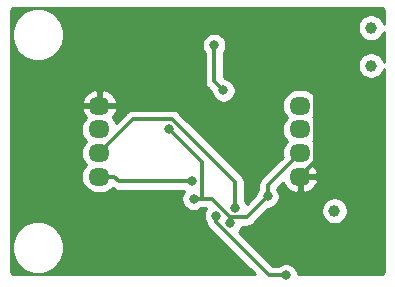
<source format=gbl>
G04 #@! TF.GenerationSoftware,KiCad,Pcbnew,(5.1.2)-1*
G04 #@! TF.CreationDate,2019-10-13T00:02:13+09:00*
G04 #@! TF.ProjectId,IR,49522e6b-6963-4616-945f-706362585858,v1.1*
G04 #@! TF.SameCoordinates,Original*
G04 #@! TF.FileFunction,Copper,L2,Bot*
G04 #@! TF.FilePolarity,Positive*
%FSLAX46Y46*%
G04 Gerber Fmt 4.6, Leading zero omitted, Abs format (unit mm)*
G04 Created by KiCad (PCBNEW (5.1.2)-1) date 2019-10-13 00:02:13*
%MOMM*%
%LPD*%
G04 APERTURE LIST*
%ADD10O,1.800000X1.524000*%
%ADD11C,1.000000*%
%ADD12C,0.800000*%
%ADD13C,0.350000*%
%ADD14C,0.254000*%
G04 APERTURE END LIST*
D10*
X185200000Y-114000000D03*
X185200000Y-112000000D03*
X185200000Y-110000000D03*
X185200000Y-108000000D03*
X202200000Y-108000000D03*
X202200000Y-110000000D03*
X202200000Y-112000000D03*
X202200000Y-114000000D03*
D11*
X205100000Y-116900000D03*
X208200000Y-101400000D03*
X208200000Y-104600000D03*
D12*
X191062400Y-109943900D03*
X193180400Y-115881900D03*
X196274500Y-117961000D03*
X199444900Y-115686900D03*
X200160000Y-120198300D03*
X203089700Y-106404600D03*
X189000000Y-117000000D03*
X197600000Y-122000000D03*
X195600000Y-111200000D03*
X199000000Y-111000000D03*
X192200000Y-105100000D03*
X193054100Y-114391700D03*
X196717300Y-116630500D03*
X200999700Y-122371200D03*
X195065400Y-117312300D03*
X194922300Y-102882400D03*
X195696000Y-106709300D03*
D13*
X196274500Y-117424900D02*
X197706900Y-117424900D01*
X197706900Y-117424900D02*
X199444900Y-115686900D01*
X193859000Y-115881900D02*
X193180400Y-115881900D01*
X196274500Y-117424900D02*
X194731500Y-115881900D01*
X194731500Y-115881900D02*
X193859000Y-115881900D01*
X191062400Y-109943900D02*
X193859000Y-112740500D01*
X193859000Y-112740500D02*
X193859000Y-115881900D01*
X196274500Y-117424900D02*
X196274500Y-117961000D01*
X202200000Y-112000000D02*
X199444900Y-114755100D01*
X199444900Y-114755100D02*
X199444900Y-115686900D01*
X202200000Y-114000000D02*
X202200000Y-118158300D01*
X202200000Y-118158300D02*
X200160000Y-120198300D01*
X203089700Y-106404600D02*
X203476200Y-106791100D01*
X203476200Y-106791100D02*
X203476200Y-112723800D01*
X203476200Y-112723800D02*
X202200000Y-114000000D01*
X203089700Y-106404600D02*
X197761700Y-106404600D01*
X197761700Y-106404600D02*
X196166300Y-108000000D01*
X196166300Y-108000000D02*
X186475300Y-108000000D01*
X185200000Y-108000000D02*
X186475300Y-108000000D01*
X195800000Y-111000000D02*
X195600000Y-111200000D01*
X199000000Y-111000000D02*
X195800000Y-111000000D01*
X186475300Y-114000000D02*
X186867000Y-114391700D01*
X186867000Y-114391700D02*
X193054100Y-114391700D01*
X185200000Y-114000000D02*
X186475300Y-114000000D01*
X185200000Y-112000000D02*
X188050800Y-109149200D01*
X188050800Y-109149200D02*
X191371300Y-109149200D01*
X191371300Y-109149200D02*
X196717300Y-114495200D01*
X196717300Y-114495200D02*
X196717300Y-116630500D01*
X195065400Y-117312300D02*
X195065400Y-117872500D01*
X195065400Y-117872500D02*
X199564100Y-122371200D01*
X199564100Y-122371200D02*
X200999700Y-122371200D01*
X195696000Y-106709300D02*
X194922300Y-105935600D01*
X194922300Y-105935600D02*
X194922300Y-102882400D01*
D14*
G36*
X209055665Y-99718863D02*
G01*
X209109214Y-99735030D01*
X209158597Y-99761288D01*
X209201945Y-99796641D01*
X209237600Y-99839740D01*
X209264201Y-99888937D01*
X209280742Y-99942375D01*
X209290000Y-100030455D01*
X209290000Y-101065594D01*
X209205824Y-100862376D01*
X209081612Y-100676480D01*
X208923520Y-100518388D01*
X208737624Y-100394176D01*
X208531067Y-100308617D01*
X208311788Y-100265000D01*
X208088212Y-100265000D01*
X207868933Y-100308617D01*
X207662376Y-100394176D01*
X207476480Y-100518388D01*
X207318388Y-100676480D01*
X207194176Y-100862376D01*
X207108617Y-101068933D01*
X207065000Y-101288212D01*
X207065000Y-101511788D01*
X207108617Y-101731067D01*
X207194176Y-101937624D01*
X207318388Y-102123520D01*
X207476480Y-102281612D01*
X207662376Y-102405824D01*
X207868933Y-102491383D01*
X208088212Y-102535000D01*
X208311788Y-102535000D01*
X208531067Y-102491383D01*
X208737624Y-102405824D01*
X208923520Y-102281612D01*
X209081612Y-102123520D01*
X209205824Y-101937624D01*
X209290000Y-101734406D01*
X209290000Y-104265595D01*
X209205824Y-104062376D01*
X209081612Y-103876480D01*
X208923520Y-103718388D01*
X208737624Y-103594176D01*
X208531067Y-103508617D01*
X208311788Y-103465000D01*
X208088212Y-103465000D01*
X207868933Y-103508617D01*
X207662376Y-103594176D01*
X207476480Y-103718388D01*
X207318388Y-103876480D01*
X207194176Y-104062376D01*
X207108617Y-104268933D01*
X207065000Y-104488212D01*
X207065000Y-104711788D01*
X207108617Y-104931067D01*
X207194176Y-105137624D01*
X207318388Y-105323520D01*
X207476480Y-105481612D01*
X207662376Y-105605824D01*
X207868933Y-105691383D01*
X208088212Y-105735000D01*
X208311788Y-105735000D01*
X208531067Y-105691383D01*
X208737624Y-105605824D01*
X208923520Y-105481612D01*
X209081612Y-105323520D01*
X209205824Y-105137624D01*
X209290000Y-104934405D01*
X209290001Y-121965269D01*
X209281138Y-122055664D01*
X209264970Y-122109214D01*
X209238712Y-122158597D01*
X209203357Y-122201947D01*
X209160261Y-122237599D01*
X209111063Y-122264201D01*
X209057625Y-122280742D01*
X208969545Y-122290000D01*
X202034700Y-122290000D01*
X202034700Y-122269261D01*
X201994926Y-122069302D01*
X201916905Y-121880944D01*
X201803637Y-121711426D01*
X201659474Y-121567263D01*
X201489956Y-121453995D01*
X201301598Y-121375974D01*
X201101639Y-121336200D01*
X200897761Y-121336200D01*
X200697802Y-121375974D01*
X200509444Y-121453995D01*
X200349000Y-121561200D01*
X199899613Y-121561200D01*
X197018812Y-118680399D01*
X197078437Y-118620774D01*
X197191705Y-118451256D01*
X197269726Y-118262898D01*
X197275295Y-118234900D01*
X197667112Y-118234900D01*
X197706900Y-118238819D01*
X197746688Y-118234900D01*
X197746691Y-118234900D01*
X197865688Y-118223180D01*
X198018373Y-118176863D01*
X198159089Y-118101649D01*
X198282428Y-118000428D01*
X198307799Y-117969513D01*
X199489100Y-116788212D01*
X203965000Y-116788212D01*
X203965000Y-117011788D01*
X204008617Y-117231067D01*
X204094176Y-117437624D01*
X204218388Y-117623520D01*
X204376480Y-117781612D01*
X204562376Y-117905824D01*
X204768933Y-117991383D01*
X204988212Y-118035000D01*
X205211788Y-118035000D01*
X205431067Y-117991383D01*
X205637624Y-117905824D01*
X205823520Y-117781612D01*
X205981612Y-117623520D01*
X206105824Y-117437624D01*
X206191383Y-117231067D01*
X206235000Y-117011788D01*
X206235000Y-116788212D01*
X206191383Y-116568933D01*
X206105824Y-116362376D01*
X205981612Y-116176480D01*
X205823520Y-116018388D01*
X205637624Y-115894176D01*
X205431067Y-115808617D01*
X205211788Y-115765000D01*
X204988212Y-115765000D01*
X204768933Y-115808617D01*
X204562376Y-115894176D01*
X204376480Y-116018388D01*
X204218388Y-116176480D01*
X204094176Y-116362376D01*
X204008617Y-116568933D01*
X203965000Y-116788212D01*
X199489100Y-116788212D01*
X199557542Y-116719771D01*
X199746798Y-116682126D01*
X199935156Y-116604105D01*
X200104674Y-116490837D01*
X200248837Y-116346674D01*
X200362105Y-116177156D01*
X200440126Y-115988798D01*
X200479900Y-115788839D01*
X200479900Y-115584961D01*
X200440126Y-115385002D01*
X200362105Y-115196644D01*
X200276694Y-115068818D01*
X200785130Y-114560382D01*
X200797476Y-114595068D01*
X200937865Y-114830330D01*
X201121454Y-115033683D01*
X201341188Y-115197312D01*
X201588622Y-115314929D01*
X201854248Y-115382014D01*
X202073000Y-115238749D01*
X202073000Y-114127000D01*
X202327000Y-114127000D01*
X202327000Y-115238749D01*
X202545752Y-115382014D01*
X202811378Y-115314929D01*
X203058812Y-115197312D01*
X203278546Y-115033683D01*
X203462135Y-114830330D01*
X203602524Y-114595068D01*
X203692220Y-114343070D01*
X203569720Y-114127000D01*
X202327000Y-114127000D01*
X202073000Y-114127000D01*
X202053000Y-114127000D01*
X202053000Y-113873000D01*
X202073000Y-113873000D01*
X202073000Y-113853000D01*
X202327000Y-113853000D01*
X202327000Y-113873000D01*
X203569720Y-113873000D01*
X203692220Y-113656930D01*
X203602524Y-113404932D01*
X203462135Y-113169670D01*
X203314337Y-113005961D01*
X203330608Y-112992608D01*
X203505183Y-112779887D01*
X203634904Y-112537195D01*
X203714786Y-112273860D01*
X203741759Y-112000000D01*
X203714786Y-111726140D01*
X203634904Y-111462805D01*
X203505183Y-111220113D01*
X203330608Y-111007392D01*
X203321601Y-111000000D01*
X203330608Y-110992608D01*
X203505183Y-110779887D01*
X203634904Y-110537195D01*
X203714786Y-110273860D01*
X203741759Y-110000000D01*
X203714786Y-109726140D01*
X203634904Y-109462805D01*
X203505183Y-109220113D01*
X203330608Y-109007392D01*
X203321601Y-109000000D01*
X203330608Y-108992608D01*
X203505183Y-108779887D01*
X203634904Y-108537195D01*
X203714786Y-108273860D01*
X203741759Y-108000000D01*
X203714786Y-107726140D01*
X203634904Y-107462805D01*
X203505183Y-107220113D01*
X203330608Y-107007392D01*
X203117887Y-106832817D01*
X202875195Y-106703096D01*
X202611860Y-106623214D01*
X202406625Y-106603000D01*
X201993375Y-106603000D01*
X201788140Y-106623214D01*
X201524805Y-106703096D01*
X201282113Y-106832817D01*
X201069392Y-107007392D01*
X200894817Y-107220113D01*
X200765096Y-107462805D01*
X200685214Y-107726140D01*
X200658241Y-108000000D01*
X200685214Y-108273860D01*
X200765096Y-108537195D01*
X200894817Y-108779887D01*
X201069392Y-108992608D01*
X201078399Y-109000000D01*
X201069392Y-109007392D01*
X200894817Y-109220113D01*
X200765096Y-109462805D01*
X200685214Y-109726140D01*
X200658241Y-110000000D01*
X200685214Y-110273860D01*
X200765096Y-110537195D01*
X200894817Y-110779887D01*
X201069392Y-110992608D01*
X201078399Y-111000000D01*
X201069392Y-111007392D01*
X200894817Y-111220113D01*
X200765096Y-111462805D01*
X200685214Y-111726140D01*
X200658241Y-112000000D01*
X200685214Y-112273860D01*
X200707421Y-112347066D01*
X198900287Y-114154200D01*
X198869372Y-114179572D01*
X198825598Y-114232912D01*
X198768151Y-114302911D01*
X198763575Y-114311473D01*
X198692937Y-114443628D01*
X198646620Y-114596313D01*
X198634900Y-114715309D01*
X198630981Y-114755100D01*
X198634900Y-114794889D01*
X198634900Y-115036199D01*
X198527695Y-115196644D01*
X198449674Y-115385002D01*
X198412029Y-115574258D01*
X197696464Y-116289824D01*
X197634505Y-116140244D01*
X197527300Y-115979800D01*
X197527300Y-114534988D01*
X197531219Y-114495200D01*
X197526983Y-114452189D01*
X197515580Y-114336412D01*
X197477379Y-114210480D01*
X197469263Y-114183726D01*
X197394049Y-114043011D01*
X197318193Y-113950580D01*
X197292828Y-113919672D01*
X197261919Y-113894306D01*
X191972200Y-108604588D01*
X191946828Y-108573672D01*
X191823489Y-108472451D01*
X191682773Y-108397237D01*
X191530088Y-108350920D01*
X191411091Y-108339200D01*
X191411088Y-108339200D01*
X191371300Y-108335281D01*
X191331512Y-108339200D01*
X188090587Y-108339200D01*
X188050799Y-108335281D01*
X188011011Y-108339200D01*
X188011009Y-108339200D01*
X187892012Y-108350920D01*
X187739327Y-108397237D01*
X187673824Y-108432249D01*
X187598610Y-108472451D01*
X187543010Y-108518081D01*
X187475272Y-108573672D01*
X187449905Y-108604582D01*
X186619849Y-109434639D01*
X186505183Y-109220113D01*
X186330608Y-109007392D01*
X186314337Y-108994039D01*
X186462135Y-108830330D01*
X186602524Y-108595068D01*
X186692220Y-108343070D01*
X186569720Y-108127000D01*
X185327000Y-108127000D01*
X185327000Y-108147000D01*
X185073000Y-108147000D01*
X185073000Y-108127000D01*
X183830280Y-108127000D01*
X183707780Y-108343070D01*
X183797476Y-108595068D01*
X183937865Y-108830330D01*
X184085663Y-108994039D01*
X184069392Y-109007392D01*
X183894817Y-109220113D01*
X183765096Y-109462805D01*
X183685214Y-109726140D01*
X183658241Y-110000000D01*
X183685214Y-110273860D01*
X183765096Y-110537195D01*
X183894817Y-110779887D01*
X184069392Y-110992608D01*
X184078399Y-111000000D01*
X184069392Y-111007392D01*
X183894817Y-111220113D01*
X183765096Y-111462805D01*
X183685214Y-111726140D01*
X183658241Y-112000000D01*
X183685214Y-112273860D01*
X183765096Y-112537195D01*
X183894817Y-112779887D01*
X184069392Y-112992608D01*
X184078399Y-113000000D01*
X184069392Y-113007392D01*
X183894817Y-113220113D01*
X183765096Y-113462805D01*
X183685214Y-113726140D01*
X183658241Y-114000000D01*
X183685214Y-114273860D01*
X183765096Y-114537195D01*
X183894817Y-114779887D01*
X184069392Y-114992608D01*
X184282113Y-115167183D01*
X184524805Y-115296904D01*
X184788140Y-115376786D01*
X184993375Y-115397000D01*
X185406625Y-115397000D01*
X185611860Y-115376786D01*
X185875195Y-115296904D01*
X186117887Y-115167183D01*
X186326503Y-114995977D01*
X186414811Y-115068449D01*
X186555527Y-115143663D01*
X186708212Y-115189980D01*
X186827209Y-115201700D01*
X186827211Y-115201700D01*
X186866999Y-115205619D01*
X186906787Y-115201700D01*
X192396889Y-115201700D01*
X192376463Y-115222126D01*
X192263195Y-115391644D01*
X192185174Y-115580002D01*
X192145400Y-115779961D01*
X192145400Y-115983839D01*
X192185174Y-116183798D01*
X192263195Y-116372156D01*
X192376463Y-116541674D01*
X192520626Y-116685837D01*
X192690144Y-116799105D01*
X192878502Y-116877126D01*
X193078461Y-116916900D01*
X193282339Y-116916900D01*
X193482298Y-116877126D01*
X193670656Y-116799105D01*
X193829573Y-116692921D01*
X193859000Y-116695819D01*
X193898791Y-116691900D01*
X194235154Y-116691900D01*
X194148195Y-116822044D01*
X194070174Y-117010402D01*
X194030400Y-117210361D01*
X194030400Y-117414239D01*
X194070174Y-117614198D01*
X194148195Y-117802556D01*
X194261258Y-117971767D01*
X194267120Y-118031288D01*
X194313437Y-118183973D01*
X194342753Y-118238819D01*
X194388651Y-118324689D01*
X194407208Y-118347300D01*
X194489873Y-118448028D01*
X194520783Y-118473395D01*
X198337387Y-122290000D01*
X178034721Y-122290000D01*
X177944336Y-122281138D01*
X177890786Y-122264970D01*
X177841403Y-122238712D01*
X177798053Y-122203357D01*
X177762401Y-122160261D01*
X177735799Y-122111063D01*
X177719258Y-122057625D01*
X177710000Y-121969545D01*
X177710000Y-119779872D01*
X177765000Y-119779872D01*
X177765000Y-120220128D01*
X177850890Y-120651925D01*
X178019369Y-121058669D01*
X178263962Y-121424729D01*
X178575271Y-121736038D01*
X178941331Y-121980631D01*
X179348075Y-122149110D01*
X179779872Y-122235000D01*
X180220128Y-122235000D01*
X180651925Y-122149110D01*
X181058669Y-121980631D01*
X181424729Y-121736038D01*
X181736038Y-121424729D01*
X181980631Y-121058669D01*
X182149110Y-120651925D01*
X182235000Y-120220128D01*
X182235000Y-119779872D01*
X182149110Y-119348075D01*
X181980631Y-118941331D01*
X181736038Y-118575271D01*
X181424729Y-118263962D01*
X181058669Y-118019369D01*
X180651925Y-117850890D01*
X180220128Y-117765000D01*
X179779872Y-117765000D01*
X179348075Y-117850890D01*
X178941331Y-118019369D01*
X178575271Y-118263962D01*
X178263962Y-118575271D01*
X178019369Y-118941331D01*
X177850890Y-119348075D01*
X177765000Y-119779872D01*
X177710000Y-119779872D01*
X177710000Y-107656930D01*
X183707780Y-107656930D01*
X183830280Y-107873000D01*
X185073000Y-107873000D01*
X185073000Y-106761251D01*
X185327000Y-106761251D01*
X185327000Y-107873000D01*
X186569720Y-107873000D01*
X186692220Y-107656930D01*
X186602524Y-107404932D01*
X186462135Y-107169670D01*
X186278546Y-106966317D01*
X186058812Y-106802688D01*
X185811378Y-106685071D01*
X185545752Y-106617986D01*
X185327000Y-106761251D01*
X185073000Y-106761251D01*
X184854248Y-106617986D01*
X184588622Y-106685071D01*
X184341188Y-106802688D01*
X184121454Y-106966317D01*
X183937865Y-107169670D01*
X183797476Y-107404932D01*
X183707780Y-107656930D01*
X177710000Y-107656930D01*
X177710000Y-101779872D01*
X177765000Y-101779872D01*
X177765000Y-102220128D01*
X177850890Y-102651925D01*
X178019369Y-103058669D01*
X178263962Y-103424729D01*
X178575271Y-103736038D01*
X178941331Y-103980631D01*
X179348075Y-104149110D01*
X179779872Y-104235000D01*
X180220128Y-104235000D01*
X180651925Y-104149110D01*
X181058669Y-103980631D01*
X181424729Y-103736038D01*
X181736038Y-103424729D01*
X181980631Y-103058669D01*
X182095868Y-102780461D01*
X193887300Y-102780461D01*
X193887300Y-102984339D01*
X193927074Y-103184298D01*
X194005095Y-103372656D01*
X194112301Y-103533101D01*
X194112300Y-105895812D01*
X194108381Y-105935600D01*
X194112300Y-105975388D01*
X194112300Y-105975390D01*
X194124020Y-106094387D01*
X194170337Y-106247072D01*
X194205349Y-106312575D01*
X194245551Y-106387789D01*
X194277003Y-106426113D01*
X194346772Y-106511128D01*
X194377687Y-106536499D01*
X194663129Y-106821941D01*
X194700774Y-107011198D01*
X194778795Y-107199556D01*
X194892063Y-107369074D01*
X195036226Y-107513237D01*
X195205744Y-107626505D01*
X195394102Y-107704526D01*
X195594061Y-107744300D01*
X195797939Y-107744300D01*
X195997898Y-107704526D01*
X196186256Y-107626505D01*
X196355774Y-107513237D01*
X196499937Y-107369074D01*
X196613205Y-107199556D01*
X196691226Y-107011198D01*
X196731000Y-106811239D01*
X196731000Y-106607361D01*
X196691226Y-106407402D01*
X196613205Y-106219044D01*
X196499937Y-106049526D01*
X196355774Y-105905363D01*
X196186256Y-105792095D01*
X195997898Y-105714074D01*
X195808641Y-105676429D01*
X195732300Y-105600088D01*
X195732300Y-103533100D01*
X195839505Y-103372656D01*
X195917526Y-103184298D01*
X195957300Y-102984339D01*
X195957300Y-102780461D01*
X195917526Y-102580502D01*
X195839505Y-102392144D01*
X195726237Y-102222626D01*
X195582074Y-102078463D01*
X195412556Y-101965195D01*
X195224198Y-101887174D01*
X195024239Y-101847400D01*
X194820361Y-101847400D01*
X194620402Y-101887174D01*
X194432044Y-101965195D01*
X194262526Y-102078463D01*
X194118363Y-102222626D01*
X194005095Y-102392144D01*
X193927074Y-102580502D01*
X193887300Y-102780461D01*
X182095868Y-102780461D01*
X182149110Y-102651925D01*
X182235000Y-102220128D01*
X182235000Y-101779872D01*
X182149110Y-101348075D01*
X181980631Y-100941331D01*
X181736038Y-100575271D01*
X181424729Y-100263962D01*
X181058669Y-100019369D01*
X180651925Y-99850890D01*
X180220128Y-99765000D01*
X179779872Y-99765000D01*
X179348075Y-99850890D01*
X178941331Y-100019369D01*
X178575271Y-100263962D01*
X178263962Y-100575271D01*
X178019369Y-100941331D01*
X177850890Y-101348075D01*
X177765000Y-101779872D01*
X177710000Y-101779872D01*
X177710000Y-100034722D01*
X177718863Y-99944335D01*
X177735030Y-99890786D01*
X177761288Y-99841403D01*
X177796641Y-99798055D01*
X177839740Y-99762400D01*
X177888937Y-99735799D01*
X177942375Y-99719258D01*
X178030455Y-99710000D01*
X208965278Y-99710000D01*
X209055665Y-99718863D01*
X209055665Y-99718863D01*
G37*
X209055665Y-99718863D02*
X209109214Y-99735030D01*
X209158597Y-99761288D01*
X209201945Y-99796641D01*
X209237600Y-99839740D01*
X209264201Y-99888937D01*
X209280742Y-99942375D01*
X209290000Y-100030455D01*
X209290000Y-101065594D01*
X209205824Y-100862376D01*
X209081612Y-100676480D01*
X208923520Y-100518388D01*
X208737624Y-100394176D01*
X208531067Y-100308617D01*
X208311788Y-100265000D01*
X208088212Y-100265000D01*
X207868933Y-100308617D01*
X207662376Y-100394176D01*
X207476480Y-100518388D01*
X207318388Y-100676480D01*
X207194176Y-100862376D01*
X207108617Y-101068933D01*
X207065000Y-101288212D01*
X207065000Y-101511788D01*
X207108617Y-101731067D01*
X207194176Y-101937624D01*
X207318388Y-102123520D01*
X207476480Y-102281612D01*
X207662376Y-102405824D01*
X207868933Y-102491383D01*
X208088212Y-102535000D01*
X208311788Y-102535000D01*
X208531067Y-102491383D01*
X208737624Y-102405824D01*
X208923520Y-102281612D01*
X209081612Y-102123520D01*
X209205824Y-101937624D01*
X209290000Y-101734406D01*
X209290000Y-104265595D01*
X209205824Y-104062376D01*
X209081612Y-103876480D01*
X208923520Y-103718388D01*
X208737624Y-103594176D01*
X208531067Y-103508617D01*
X208311788Y-103465000D01*
X208088212Y-103465000D01*
X207868933Y-103508617D01*
X207662376Y-103594176D01*
X207476480Y-103718388D01*
X207318388Y-103876480D01*
X207194176Y-104062376D01*
X207108617Y-104268933D01*
X207065000Y-104488212D01*
X207065000Y-104711788D01*
X207108617Y-104931067D01*
X207194176Y-105137624D01*
X207318388Y-105323520D01*
X207476480Y-105481612D01*
X207662376Y-105605824D01*
X207868933Y-105691383D01*
X208088212Y-105735000D01*
X208311788Y-105735000D01*
X208531067Y-105691383D01*
X208737624Y-105605824D01*
X208923520Y-105481612D01*
X209081612Y-105323520D01*
X209205824Y-105137624D01*
X209290000Y-104934405D01*
X209290001Y-121965269D01*
X209281138Y-122055664D01*
X209264970Y-122109214D01*
X209238712Y-122158597D01*
X209203357Y-122201947D01*
X209160261Y-122237599D01*
X209111063Y-122264201D01*
X209057625Y-122280742D01*
X208969545Y-122290000D01*
X202034700Y-122290000D01*
X202034700Y-122269261D01*
X201994926Y-122069302D01*
X201916905Y-121880944D01*
X201803637Y-121711426D01*
X201659474Y-121567263D01*
X201489956Y-121453995D01*
X201301598Y-121375974D01*
X201101639Y-121336200D01*
X200897761Y-121336200D01*
X200697802Y-121375974D01*
X200509444Y-121453995D01*
X200349000Y-121561200D01*
X199899613Y-121561200D01*
X197018812Y-118680399D01*
X197078437Y-118620774D01*
X197191705Y-118451256D01*
X197269726Y-118262898D01*
X197275295Y-118234900D01*
X197667112Y-118234900D01*
X197706900Y-118238819D01*
X197746688Y-118234900D01*
X197746691Y-118234900D01*
X197865688Y-118223180D01*
X198018373Y-118176863D01*
X198159089Y-118101649D01*
X198282428Y-118000428D01*
X198307799Y-117969513D01*
X199489100Y-116788212D01*
X203965000Y-116788212D01*
X203965000Y-117011788D01*
X204008617Y-117231067D01*
X204094176Y-117437624D01*
X204218388Y-117623520D01*
X204376480Y-117781612D01*
X204562376Y-117905824D01*
X204768933Y-117991383D01*
X204988212Y-118035000D01*
X205211788Y-118035000D01*
X205431067Y-117991383D01*
X205637624Y-117905824D01*
X205823520Y-117781612D01*
X205981612Y-117623520D01*
X206105824Y-117437624D01*
X206191383Y-117231067D01*
X206235000Y-117011788D01*
X206235000Y-116788212D01*
X206191383Y-116568933D01*
X206105824Y-116362376D01*
X205981612Y-116176480D01*
X205823520Y-116018388D01*
X205637624Y-115894176D01*
X205431067Y-115808617D01*
X205211788Y-115765000D01*
X204988212Y-115765000D01*
X204768933Y-115808617D01*
X204562376Y-115894176D01*
X204376480Y-116018388D01*
X204218388Y-116176480D01*
X204094176Y-116362376D01*
X204008617Y-116568933D01*
X203965000Y-116788212D01*
X199489100Y-116788212D01*
X199557542Y-116719771D01*
X199746798Y-116682126D01*
X199935156Y-116604105D01*
X200104674Y-116490837D01*
X200248837Y-116346674D01*
X200362105Y-116177156D01*
X200440126Y-115988798D01*
X200479900Y-115788839D01*
X200479900Y-115584961D01*
X200440126Y-115385002D01*
X200362105Y-115196644D01*
X200276694Y-115068818D01*
X200785130Y-114560382D01*
X200797476Y-114595068D01*
X200937865Y-114830330D01*
X201121454Y-115033683D01*
X201341188Y-115197312D01*
X201588622Y-115314929D01*
X201854248Y-115382014D01*
X202073000Y-115238749D01*
X202073000Y-114127000D01*
X202327000Y-114127000D01*
X202327000Y-115238749D01*
X202545752Y-115382014D01*
X202811378Y-115314929D01*
X203058812Y-115197312D01*
X203278546Y-115033683D01*
X203462135Y-114830330D01*
X203602524Y-114595068D01*
X203692220Y-114343070D01*
X203569720Y-114127000D01*
X202327000Y-114127000D01*
X202073000Y-114127000D01*
X202053000Y-114127000D01*
X202053000Y-113873000D01*
X202073000Y-113873000D01*
X202073000Y-113853000D01*
X202327000Y-113853000D01*
X202327000Y-113873000D01*
X203569720Y-113873000D01*
X203692220Y-113656930D01*
X203602524Y-113404932D01*
X203462135Y-113169670D01*
X203314337Y-113005961D01*
X203330608Y-112992608D01*
X203505183Y-112779887D01*
X203634904Y-112537195D01*
X203714786Y-112273860D01*
X203741759Y-112000000D01*
X203714786Y-111726140D01*
X203634904Y-111462805D01*
X203505183Y-111220113D01*
X203330608Y-111007392D01*
X203321601Y-111000000D01*
X203330608Y-110992608D01*
X203505183Y-110779887D01*
X203634904Y-110537195D01*
X203714786Y-110273860D01*
X203741759Y-110000000D01*
X203714786Y-109726140D01*
X203634904Y-109462805D01*
X203505183Y-109220113D01*
X203330608Y-109007392D01*
X203321601Y-109000000D01*
X203330608Y-108992608D01*
X203505183Y-108779887D01*
X203634904Y-108537195D01*
X203714786Y-108273860D01*
X203741759Y-108000000D01*
X203714786Y-107726140D01*
X203634904Y-107462805D01*
X203505183Y-107220113D01*
X203330608Y-107007392D01*
X203117887Y-106832817D01*
X202875195Y-106703096D01*
X202611860Y-106623214D01*
X202406625Y-106603000D01*
X201993375Y-106603000D01*
X201788140Y-106623214D01*
X201524805Y-106703096D01*
X201282113Y-106832817D01*
X201069392Y-107007392D01*
X200894817Y-107220113D01*
X200765096Y-107462805D01*
X200685214Y-107726140D01*
X200658241Y-108000000D01*
X200685214Y-108273860D01*
X200765096Y-108537195D01*
X200894817Y-108779887D01*
X201069392Y-108992608D01*
X201078399Y-109000000D01*
X201069392Y-109007392D01*
X200894817Y-109220113D01*
X200765096Y-109462805D01*
X200685214Y-109726140D01*
X200658241Y-110000000D01*
X200685214Y-110273860D01*
X200765096Y-110537195D01*
X200894817Y-110779887D01*
X201069392Y-110992608D01*
X201078399Y-111000000D01*
X201069392Y-111007392D01*
X200894817Y-111220113D01*
X200765096Y-111462805D01*
X200685214Y-111726140D01*
X200658241Y-112000000D01*
X200685214Y-112273860D01*
X200707421Y-112347066D01*
X198900287Y-114154200D01*
X198869372Y-114179572D01*
X198825598Y-114232912D01*
X198768151Y-114302911D01*
X198763575Y-114311473D01*
X198692937Y-114443628D01*
X198646620Y-114596313D01*
X198634900Y-114715309D01*
X198630981Y-114755100D01*
X198634900Y-114794889D01*
X198634900Y-115036199D01*
X198527695Y-115196644D01*
X198449674Y-115385002D01*
X198412029Y-115574258D01*
X197696464Y-116289824D01*
X197634505Y-116140244D01*
X197527300Y-115979800D01*
X197527300Y-114534988D01*
X197531219Y-114495200D01*
X197526983Y-114452189D01*
X197515580Y-114336412D01*
X197477379Y-114210480D01*
X197469263Y-114183726D01*
X197394049Y-114043011D01*
X197318193Y-113950580D01*
X197292828Y-113919672D01*
X197261919Y-113894306D01*
X191972200Y-108604588D01*
X191946828Y-108573672D01*
X191823489Y-108472451D01*
X191682773Y-108397237D01*
X191530088Y-108350920D01*
X191411091Y-108339200D01*
X191411088Y-108339200D01*
X191371300Y-108335281D01*
X191331512Y-108339200D01*
X188090587Y-108339200D01*
X188050799Y-108335281D01*
X188011011Y-108339200D01*
X188011009Y-108339200D01*
X187892012Y-108350920D01*
X187739327Y-108397237D01*
X187673824Y-108432249D01*
X187598610Y-108472451D01*
X187543010Y-108518081D01*
X187475272Y-108573672D01*
X187449905Y-108604582D01*
X186619849Y-109434639D01*
X186505183Y-109220113D01*
X186330608Y-109007392D01*
X186314337Y-108994039D01*
X186462135Y-108830330D01*
X186602524Y-108595068D01*
X186692220Y-108343070D01*
X186569720Y-108127000D01*
X185327000Y-108127000D01*
X185327000Y-108147000D01*
X185073000Y-108147000D01*
X185073000Y-108127000D01*
X183830280Y-108127000D01*
X183707780Y-108343070D01*
X183797476Y-108595068D01*
X183937865Y-108830330D01*
X184085663Y-108994039D01*
X184069392Y-109007392D01*
X183894817Y-109220113D01*
X183765096Y-109462805D01*
X183685214Y-109726140D01*
X183658241Y-110000000D01*
X183685214Y-110273860D01*
X183765096Y-110537195D01*
X183894817Y-110779887D01*
X184069392Y-110992608D01*
X184078399Y-111000000D01*
X184069392Y-111007392D01*
X183894817Y-111220113D01*
X183765096Y-111462805D01*
X183685214Y-111726140D01*
X183658241Y-112000000D01*
X183685214Y-112273860D01*
X183765096Y-112537195D01*
X183894817Y-112779887D01*
X184069392Y-112992608D01*
X184078399Y-113000000D01*
X184069392Y-113007392D01*
X183894817Y-113220113D01*
X183765096Y-113462805D01*
X183685214Y-113726140D01*
X183658241Y-114000000D01*
X183685214Y-114273860D01*
X183765096Y-114537195D01*
X183894817Y-114779887D01*
X184069392Y-114992608D01*
X184282113Y-115167183D01*
X184524805Y-115296904D01*
X184788140Y-115376786D01*
X184993375Y-115397000D01*
X185406625Y-115397000D01*
X185611860Y-115376786D01*
X185875195Y-115296904D01*
X186117887Y-115167183D01*
X186326503Y-114995977D01*
X186414811Y-115068449D01*
X186555527Y-115143663D01*
X186708212Y-115189980D01*
X186827209Y-115201700D01*
X186827211Y-115201700D01*
X186866999Y-115205619D01*
X186906787Y-115201700D01*
X192396889Y-115201700D01*
X192376463Y-115222126D01*
X192263195Y-115391644D01*
X192185174Y-115580002D01*
X192145400Y-115779961D01*
X192145400Y-115983839D01*
X192185174Y-116183798D01*
X192263195Y-116372156D01*
X192376463Y-116541674D01*
X192520626Y-116685837D01*
X192690144Y-116799105D01*
X192878502Y-116877126D01*
X193078461Y-116916900D01*
X193282339Y-116916900D01*
X193482298Y-116877126D01*
X193670656Y-116799105D01*
X193829573Y-116692921D01*
X193859000Y-116695819D01*
X193898791Y-116691900D01*
X194235154Y-116691900D01*
X194148195Y-116822044D01*
X194070174Y-117010402D01*
X194030400Y-117210361D01*
X194030400Y-117414239D01*
X194070174Y-117614198D01*
X194148195Y-117802556D01*
X194261258Y-117971767D01*
X194267120Y-118031288D01*
X194313437Y-118183973D01*
X194342753Y-118238819D01*
X194388651Y-118324689D01*
X194407208Y-118347300D01*
X194489873Y-118448028D01*
X194520783Y-118473395D01*
X198337387Y-122290000D01*
X178034721Y-122290000D01*
X177944336Y-122281138D01*
X177890786Y-122264970D01*
X177841403Y-122238712D01*
X177798053Y-122203357D01*
X177762401Y-122160261D01*
X177735799Y-122111063D01*
X177719258Y-122057625D01*
X177710000Y-121969545D01*
X177710000Y-119779872D01*
X177765000Y-119779872D01*
X177765000Y-120220128D01*
X177850890Y-120651925D01*
X178019369Y-121058669D01*
X178263962Y-121424729D01*
X178575271Y-121736038D01*
X178941331Y-121980631D01*
X179348075Y-122149110D01*
X179779872Y-122235000D01*
X180220128Y-122235000D01*
X180651925Y-122149110D01*
X181058669Y-121980631D01*
X181424729Y-121736038D01*
X181736038Y-121424729D01*
X181980631Y-121058669D01*
X182149110Y-120651925D01*
X182235000Y-120220128D01*
X182235000Y-119779872D01*
X182149110Y-119348075D01*
X181980631Y-118941331D01*
X181736038Y-118575271D01*
X181424729Y-118263962D01*
X181058669Y-118019369D01*
X180651925Y-117850890D01*
X180220128Y-117765000D01*
X179779872Y-117765000D01*
X179348075Y-117850890D01*
X178941331Y-118019369D01*
X178575271Y-118263962D01*
X178263962Y-118575271D01*
X178019369Y-118941331D01*
X177850890Y-119348075D01*
X177765000Y-119779872D01*
X177710000Y-119779872D01*
X177710000Y-107656930D01*
X183707780Y-107656930D01*
X183830280Y-107873000D01*
X185073000Y-107873000D01*
X185073000Y-106761251D01*
X185327000Y-106761251D01*
X185327000Y-107873000D01*
X186569720Y-107873000D01*
X186692220Y-107656930D01*
X186602524Y-107404932D01*
X186462135Y-107169670D01*
X186278546Y-106966317D01*
X186058812Y-106802688D01*
X185811378Y-106685071D01*
X185545752Y-106617986D01*
X185327000Y-106761251D01*
X185073000Y-106761251D01*
X184854248Y-106617986D01*
X184588622Y-106685071D01*
X184341188Y-106802688D01*
X184121454Y-106966317D01*
X183937865Y-107169670D01*
X183797476Y-107404932D01*
X183707780Y-107656930D01*
X177710000Y-107656930D01*
X177710000Y-101779872D01*
X177765000Y-101779872D01*
X177765000Y-102220128D01*
X177850890Y-102651925D01*
X178019369Y-103058669D01*
X178263962Y-103424729D01*
X178575271Y-103736038D01*
X178941331Y-103980631D01*
X179348075Y-104149110D01*
X179779872Y-104235000D01*
X180220128Y-104235000D01*
X180651925Y-104149110D01*
X181058669Y-103980631D01*
X181424729Y-103736038D01*
X181736038Y-103424729D01*
X181980631Y-103058669D01*
X182095868Y-102780461D01*
X193887300Y-102780461D01*
X193887300Y-102984339D01*
X193927074Y-103184298D01*
X194005095Y-103372656D01*
X194112301Y-103533101D01*
X194112300Y-105895812D01*
X194108381Y-105935600D01*
X194112300Y-105975388D01*
X194112300Y-105975390D01*
X194124020Y-106094387D01*
X194170337Y-106247072D01*
X194205349Y-106312575D01*
X194245551Y-106387789D01*
X194277003Y-106426113D01*
X194346772Y-106511128D01*
X194377687Y-106536499D01*
X194663129Y-106821941D01*
X194700774Y-107011198D01*
X194778795Y-107199556D01*
X194892063Y-107369074D01*
X195036226Y-107513237D01*
X195205744Y-107626505D01*
X195394102Y-107704526D01*
X195594061Y-107744300D01*
X195797939Y-107744300D01*
X195997898Y-107704526D01*
X196186256Y-107626505D01*
X196355774Y-107513237D01*
X196499937Y-107369074D01*
X196613205Y-107199556D01*
X196691226Y-107011198D01*
X196731000Y-106811239D01*
X196731000Y-106607361D01*
X196691226Y-106407402D01*
X196613205Y-106219044D01*
X196499937Y-106049526D01*
X196355774Y-105905363D01*
X196186256Y-105792095D01*
X195997898Y-105714074D01*
X195808641Y-105676429D01*
X195732300Y-105600088D01*
X195732300Y-103533100D01*
X195839505Y-103372656D01*
X195917526Y-103184298D01*
X195957300Y-102984339D01*
X195957300Y-102780461D01*
X195917526Y-102580502D01*
X195839505Y-102392144D01*
X195726237Y-102222626D01*
X195582074Y-102078463D01*
X195412556Y-101965195D01*
X195224198Y-101887174D01*
X195024239Y-101847400D01*
X194820361Y-101847400D01*
X194620402Y-101887174D01*
X194432044Y-101965195D01*
X194262526Y-102078463D01*
X194118363Y-102222626D01*
X194005095Y-102392144D01*
X193927074Y-102580502D01*
X193887300Y-102780461D01*
X182095868Y-102780461D01*
X182149110Y-102651925D01*
X182235000Y-102220128D01*
X182235000Y-101779872D01*
X182149110Y-101348075D01*
X181980631Y-100941331D01*
X181736038Y-100575271D01*
X181424729Y-100263962D01*
X181058669Y-100019369D01*
X180651925Y-99850890D01*
X180220128Y-99765000D01*
X179779872Y-99765000D01*
X179348075Y-99850890D01*
X178941331Y-100019369D01*
X178575271Y-100263962D01*
X178263962Y-100575271D01*
X178019369Y-100941331D01*
X177850890Y-101348075D01*
X177765000Y-101779872D01*
X177710000Y-101779872D01*
X177710000Y-100034722D01*
X177718863Y-99944335D01*
X177735030Y-99890786D01*
X177761288Y-99841403D01*
X177796641Y-99798055D01*
X177839740Y-99762400D01*
X177888937Y-99735799D01*
X177942375Y-99719258D01*
X178030455Y-99710000D01*
X208965278Y-99710000D01*
X209055665Y-99718863D01*
M02*

</source>
